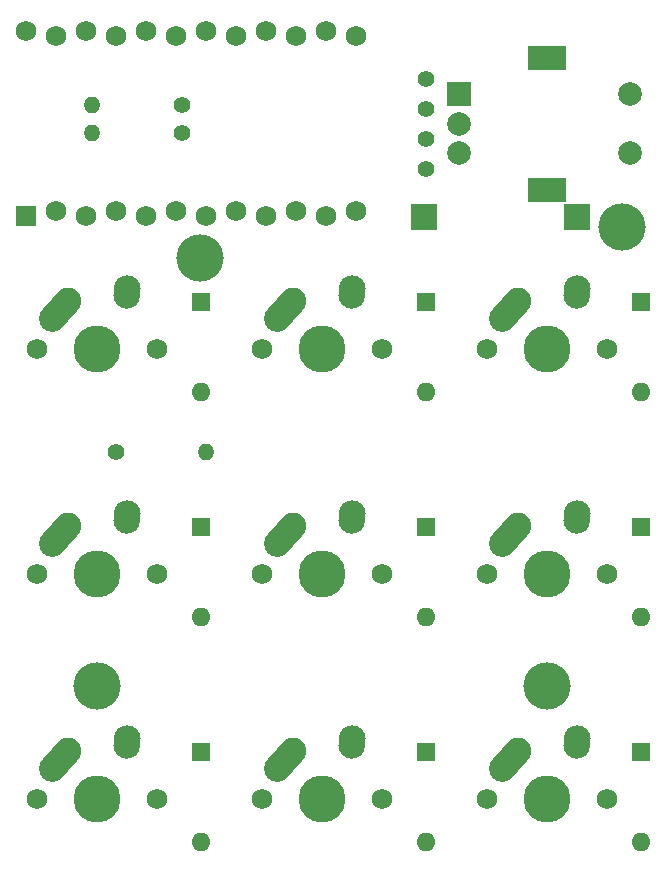
<source format=gbr>
%TF.GenerationSoftware,KiCad,Pcbnew,9.0.3*%
%TF.CreationDate,2025-07-17T06:47:07+08:00*%
%TF.ProjectId,bongopad,626f6e67-6f70-4616-942e-6b696361645f,v1.1*%
%TF.SameCoordinates,Original*%
%TF.FileFunction,Soldermask,Bot*%
%TF.FilePolarity,Negative*%
%FSLAX46Y46*%
G04 Gerber Fmt 4.6, Leading zero omitted, Abs format (unit mm)*
G04 Created by KiCad (PCBNEW 9.0.3) date 2025-07-17 06:47:07*
%MOMM*%
%LPD*%
G01*
G04 APERTURE LIST*
G04 Aperture macros list*
%AMHorizOval*
0 Thick line with rounded ends*
0 $1 width*
0 $2 $3 position (X,Y) of the first rounded end (center of the circle)*
0 $4 $5 position (X,Y) of the second rounded end (center of the circle)*
0 Add line between two ends*
20,1,$1,$2,$3,$4,$5,0*
0 Add two circle primitives to create the rounded ends*
1,1,$1,$2,$3*
1,1,$1,$4,$5*%
G04 Aperture macros list end*
%ADD10C,1.397000*%
%ADD11R,1.752600X1.752600*%
%ADD12C,1.752600*%
%ADD13C,3.987800*%
%ADD14C,1.750000*%
%ADD15HorizOval,2.250000X0.655001X0.730000X-0.655001X-0.730000X0*%
%ADD16C,2.250000*%
%ADD17HorizOval,2.250000X0.020000X0.290000X-0.020000X-0.290000X0*%
%ADD18R,3.200000X2.000000*%
%ADD19R,2.000000X2.000000*%
%ADD20C,2.000000*%
%ADD21C,1.400000*%
%ADD22O,1.400000X1.400000*%
%ADD23R,1.600000X1.600000*%
%ADD24O,1.600000X1.600000*%
%ADD25R,2.200000X2.200000*%
%ADD26C,0.500000*%
%ADD27C,4.000000*%
G04 APERTURE END LIST*
D10*
%TO.C,OL1*%
X160337500Y-80803750D03*
X160337500Y-78263750D03*
X160337500Y-75723750D03*
X160337500Y-73183750D03*
%TD*%
D11*
%TO.C,U1*%
X126523750Y-84842350D03*
D12*
X129063750Y-84385150D03*
X131603750Y-84842350D03*
X134143750Y-84385150D03*
X136683750Y-84842350D03*
X139223750Y-84385150D03*
X141763750Y-84842350D03*
X144303750Y-84385150D03*
X146843750Y-84842350D03*
X149383750Y-84385150D03*
X151923750Y-84842350D03*
X154463750Y-84385150D03*
X154463750Y-69602350D03*
X151923750Y-69145150D03*
X149383750Y-69602350D03*
X146843750Y-69145150D03*
X144303750Y-69602350D03*
X141763750Y-69145150D03*
X139223750Y-69602350D03*
X136683750Y-69145150D03*
X134143750Y-69602350D03*
X131603750Y-69145150D03*
X129063750Y-69602350D03*
X126523750Y-69145150D03*
%TD*%
D13*
%TO.C,MX8*%
X170656250Y-115093750D03*
D14*
X165576250Y-115093750D03*
X175736250Y-115093750D03*
D15*
X167501251Y-111823750D03*
D16*
X168156250Y-111093750D03*
D17*
X173176250Y-110303750D03*
D16*
X173196250Y-110013750D03*
%TD*%
D14*
%TO.C,MX7*%
X165576250Y-96043750D03*
X175736250Y-96043750D03*
D13*
X170656250Y-96043750D03*
D16*
X168156250Y-92043750D03*
D15*
X167501251Y-92773750D03*
D16*
X173196250Y-90963750D03*
D17*
X173176250Y-91253750D03*
%TD*%
D13*
%TO.C,MX6*%
X151606250Y-134143750D03*
D14*
X156686250Y-134143750D03*
X146526250Y-134143750D03*
D15*
X148451251Y-130873750D03*
D16*
X149106250Y-130143750D03*
X154146250Y-129063750D03*
D17*
X154126250Y-129353750D03*
%TD*%
D14*
%TO.C,MX5*%
X146526250Y-115093750D03*
X156686250Y-115093750D03*
D13*
X151606250Y-115093750D03*
D15*
X148451251Y-111823750D03*
D16*
X149106250Y-111093750D03*
X154146250Y-110013750D03*
D17*
X154126250Y-110303750D03*
%TD*%
D13*
%TO.C,MX4*%
X151606250Y-96043750D03*
D14*
X146526250Y-96043750D03*
X156686250Y-96043750D03*
D15*
X148451251Y-92773750D03*
D16*
X149106250Y-92043750D03*
X154146250Y-90963750D03*
D17*
X154126250Y-91253750D03*
%TD*%
D14*
%TO.C,MX3*%
X137636250Y-134143750D03*
D13*
X132556250Y-134143750D03*
D14*
X127476250Y-134143750D03*
D15*
X129401251Y-130873750D03*
D16*
X130056250Y-130143750D03*
X135096250Y-129063750D03*
D17*
X135076250Y-129353750D03*
%TD*%
D14*
%TO.C,MX9*%
X175736250Y-134143750D03*
X165576250Y-134143750D03*
D13*
X170656250Y-134143750D03*
D15*
X167501251Y-130873750D03*
D16*
X168156250Y-130143750D03*
D17*
X173176250Y-129353750D03*
D16*
X173196250Y-129063750D03*
%TD*%
D14*
%TO.C,MX2*%
X137636250Y-115093750D03*
D13*
X132556250Y-115093750D03*
D14*
X127476250Y-115093750D03*
D16*
X130056250Y-111093750D03*
D15*
X129401251Y-111823750D03*
D16*
X135096250Y-110013750D03*
D17*
X135076250Y-110303750D03*
%TD*%
D14*
%TO.C,MX1*%
X137636250Y-96043750D03*
X127476250Y-96043750D03*
D13*
X132556250Y-96043750D03*
D16*
X130056250Y-92043750D03*
D15*
X129401251Y-92773750D03*
D17*
X135076250Y-91253750D03*
D16*
X135096250Y-90963750D03*
%TD*%
D18*
%TO.C,SW1*%
X170656250Y-71393750D03*
X170656250Y-82593750D03*
D19*
X163156250Y-74493750D03*
D20*
X163156250Y-79493750D03*
X163156250Y-76993750D03*
X177656250Y-79493750D03*
X177656250Y-74493750D03*
%TD*%
D21*
%TO.C,R2*%
X139700000Y-77787500D03*
D22*
X132080000Y-77787500D03*
%TD*%
D21*
%TO.C,R1*%
X139700000Y-75406250D03*
D22*
X132080000Y-75406250D03*
%TD*%
D23*
%TO.C,D1*%
X141287500Y-92075000D03*
D24*
X141287500Y-99695000D03*
%TD*%
D23*
%TO.C,D2*%
X141287500Y-111125000D03*
D24*
X141287500Y-118745000D03*
%TD*%
D23*
%TO.C,D3*%
X141287500Y-130175000D03*
D24*
X141287500Y-137795000D03*
%TD*%
D23*
%TO.C,D5*%
X160337500Y-111125000D03*
D24*
X160337500Y-118745000D03*
%TD*%
D23*
%TO.C,D7*%
X178593750Y-92075000D03*
D24*
X178593750Y-99695000D03*
%TD*%
D23*
%TO.C,D8*%
X178593750Y-111125000D03*
D24*
X178593750Y-118745000D03*
%TD*%
D23*
%TO.C,D9*%
X178593750Y-130175000D03*
D24*
X178593750Y-137795000D03*
%TD*%
D23*
%TO.C,D6*%
X160337500Y-130175000D03*
D24*
X160337500Y-137795000D03*
%TD*%
D25*
%TO.C,LS1*%
X160187500Y-84931250D03*
X173187500Y-84931250D03*
%TD*%
D21*
%TO.C,R3*%
X134143750Y-104775000D03*
D22*
X141763750Y-104775000D03*
%TD*%
D26*
%TO.C,H1*%
X142724000Y-88392000D03*
X140164000Y-87332000D03*
X141224000Y-89892000D03*
X141224000Y-86892000D03*
X142284000Y-89452000D03*
X142284000Y-87332000D03*
D27*
X141224000Y-88392000D03*
D26*
X140164000Y-89452000D03*
X139724000Y-88392000D03*
%TD*%
%TO.C,H3*%
X131056250Y-124618750D03*
X132556250Y-126118750D03*
X133616250Y-123558750D03*
X131496250Y-123558750D03*
D27*
X132556250Y-124618750D03*
D26*
X133616250Y-125678750D03*
X132556250Y-123118750D03*
X134056250Y-124618750D03*
X131496250Y-125678750D03*
%TD*%
%TO.C,H2*%
X175506250Y-85725000D03*
X178506250Y-85725000D03*
D27*
X177006250Y-85725000D03*
D26*
X177006250Y-87225000D03*
X178066250Y-84665000D03*
X175946250Y-84665000D03*
X177006250Y-84225000D03*
X178066250Y-86785000D03*
X175946250Y-86785000D03*
%TD*%
%TO.C,H4*%
X172156250Y-124618750D03*
X169596250Y-123558750D03*
X170656250Y-123118750D03*
D27*
X170656250Y-124618750D03*
D26*
X169156250Y-124618750D03*
X169596250Y-125678750D03*
X171716250Y-125678750D03*
X170656250Y-126118750D03*
X171716250Y-123558750D03*
%TD*%
D23*
%TO.C,D4*%
X160337500Y-92075000D03*
D24*
X160337500Y-99695000D03*
%TD*%
M02*

</source>
